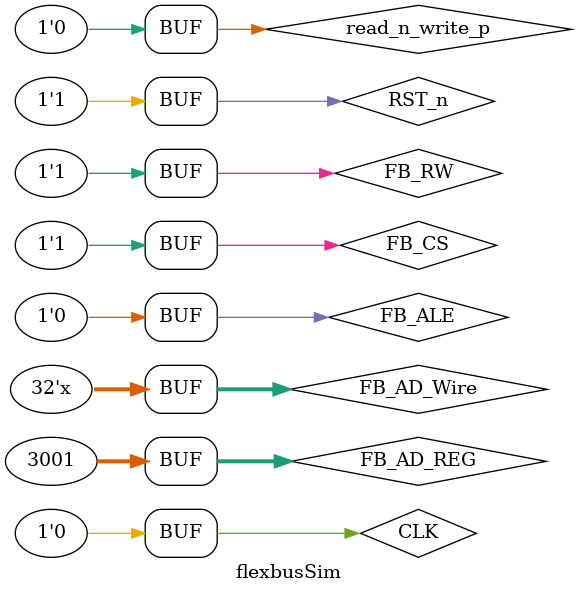
<source format=v>


module flexbusSim (
	
);

	reg CLK;
	reg RST_n;

	reg FB_RW;
	reg FB_CS;
	reg FB_ALE;


	reg [31:0] FB_AD_REG;
	wire [31:0] FB_AD_Wire;
	
	wire [31:0] LED_FREQ_Qout;
	wire [31:0] BZ_FREQ_Qout;
	wire [31:0] LEDR_Puty_Qout;
	wire [31:0] LEDG_Puty_Qout;
	wire [31:0] LEDB_Puty_Qout;

reg read_n_write_p;
assign FB_AD_Wire =  read_n_write_p ? FB_AD_REG : 32'bz;

perip_flexbus # (
	.FB_BASE(32'h60000000)
)
	s_flexbus
(
	.FB_CLK(CLK),
	.RST_n(RST_n),

	.FB_RW(FB_RW),
	.FB_CS(FB_CS),
	.FB_ALE(FB_ALE),

	.FB_AD(FB_AD_Wire),
	
	.LED_FREQ_Qout(LED_FREQ_Qout),
	.BZ_FREQ_Qout(BZ_FREQ_Qout),
	.LEDR_Puty_Qout(LEDR_Puty_Qout),
	.LEDG_Puty_Qout(LEDG_Puty_Qout),
	.LEDB_Puty_Qout(LEDB_Puty_Qout)
	
	
	);

initial begin

CLK = 1'b0;
RST_n = 1'b0;

FB_RW = 1'b0;
FB_CS = 1'b0;
FB_ALE = 1'b0;

FB_AD_REG = 32'b0;
read_n_write_p = 1'b1;

#1

RST_n = 1'b1;




//write 0

#30 CLK = 1'b1; 
#3
FB_RW = 0;
FB_CS = 1;
FB_ALE = 1;
FB_AD_REG = 32'h60000000;
read_n_write_p = 1;

#30 CLK = 1'b0;
#3


#30 CLK = 1'b1;
#3
FB_RW = 0;
FB_CS = 0;
FB_ALE = 0;
FB_AD_REG = 32'd1000;
read_n_write_p = 1;

#30 CLK = 1'b0;


#30 CLK = 1'b1;
#3
FB_RW = 0;
FB_CS = 1;
FB_ALE = 0;
FB_AD_REG = 32'd1001;
read_n_write_p = 1;

#30 CLK = 1'b0;



//write 1

#30 CLK = 1'b1; 
#3
FB_RW = 0;
FB_CS = 1;
FB_ALE = 1;
FB_AD_REG = 32'h60000004;
read_n_write_p = 1;

#30 CLK = 1'b0;



#30 CLK = 1'b1;
#3
FB_RW = 0;
FB_CS = 0;
FB_ALE = 0;
FB_AD_REG = 32'd2000;
read_n_write_p = 1;

#30 CLK = 1'b0;


#30 CLK = 1'b1;
#3
FB_RW = 0;
FB_CS = 1;
FB_ALE = 0;
FB_AD_REG = 32'd2001;
read_n_write_p = 1;

#30 CLK = 1'b0;



//read 0

#30 CLK = 1'b1; 
#3
FB_RW = 1;
FB_CS = 1;
FB_ALE = 1;
FB_AD_REG = 32'h60000000;
read_n_write_p = 1;

#30 CLK = 1'b0;



#30 CLK = 1'b1;
#3
FB_RW = 1;
FB_CS = 0;
FB_ALE = 0;
FB_AD_REG = 32'd4000;
read_n_write_p = 0;

#30 CLK = 1'b0;


#30 CLK = 1'b1;
#3
FB_RW = 1;
FB_CS = 1;
FB_ALE = 0;
FB_AD_REG = 32'd4001;
read_n_write_p = 0;

#30 CLK = 1'b0;



//read 1

#30 CLK = 1'b1; 
#3
FB_RW = 1;
FB_CS = 1;
FB_ALE = 1;
FB_AD_REG = 32'h60000004;
read_n_write_p = 1;

#30 CLK = 1'b0;



#30 CLK = 1'b1;
#3
FB_RW = 1;
FB_CS = 0;
FB_ALE = 0;
FB_AD_REG = 32'd3000;
read_n_write_p = 0;

#30 CLK = 1'b0;


#30 CLK = 1'b1;
#3
FB_RW = 1;
FB_CS = 1;
FB_ALE = 0;
FB_AD_REG = 32'd3001;
read_n_write_p = 0;

#30 CLK = 1'b0;

end


endmodule


</source>
